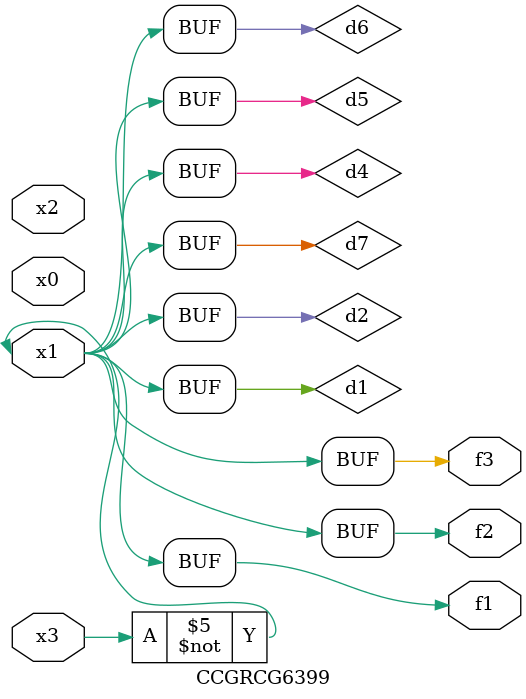
<source format=v>
module CCGRCG6399(
	input x0, x1, x2, x3,
	output f1, f2, f3
);

	wire d1, d2, d3, d4, d5, d6, d7;

	not (d1, x3);
	buf (d2, x1);
	xnor (d3, d1, d2);
	nor (d4, d1);
	buf (d5, d1, d2);
	buf (d6, d4, d5);
	nand (d7, d4);
	assign f1 = d6;
	assign f2 = d7;
	assign f3 = d6;
endmodule

</source>
